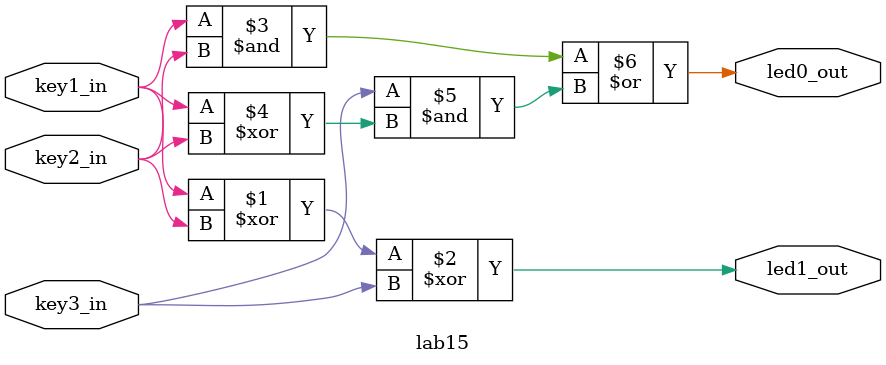
<source format=v>
module lab15(
    input wire key1_in,
    input wire key2_in,
    input wire key3_in,
    output  wire led1_out,
    output wire led0_out
);

    assign led1_out = key1_in ^ key2_in ^ key3_in;
    assign led0_out = (key1_in & key2_in) | (key3_in & (key1_in ^ key2_in));

endmodule
</source>
